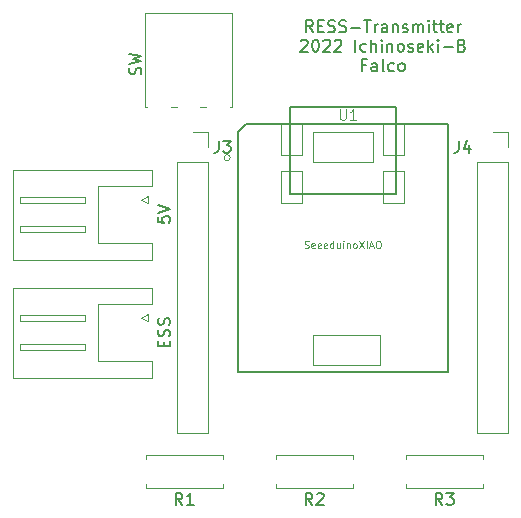
<source format=gbr>
%TF.GenerationSoftware,KiCad,Pcbnew,(5.1.9)-1*%
%TF.CreationDate,2022-07-08T18:02:33+09:00*%
%TF.ProjectId,Transmitter,5472616e-736d-4697-9474-65722e6b6963,rev?*%
%TF.SameCoordinates,Original*%
%TF.FileFunction,Legend,Top*%
%TF.FilePolarity,Positive*%
%FSLAX46Y46*%
G04 Gerber Fmt 4.6, Leading zero omitted, Abs format (unit mm)*
G04 Created by KiCad (PCBNEW (5.1.9)-1) date 2022-07-08 18:02:33*
%MOMM*%
%LPD*%
G01*
G04 APERTURE LIST*
%ADD10C,0.150000*%
%ADD11C,0.120000*%
%ADD12C,0.100000*%
%ADD13C,0.127000*%
%ADD14C,0.066040*%
%ADD15C,0.101600*%
%ADD16C,0.076200*%
G04 APERTURE END LIST*
D10*
X146071428Y-71802380D02*
X145738095Y-71326190D01*
X145500000Y-71802380D02*
X145500000Y-70802380D01*
X145880952Y-70802380D01*
X145976190Y-70850000D01*
X146023809Y-70897619D01*
X146071428Y-70992857D01*
X146071428Y-71135714D01*
X146023809Y-71230952D01*
X145976190Y-71278571D01*
X145880952Y-71326190D01*
X145500000Y-71326190D01*
X146500000Y-71278571D02*
X146833333Y-71278571D01*
X146976190Y-71802380D02*
X146500000Y-71802380D01*
X146500000Y-70802380D01*
X146976190Y-70802380D01*
X147357142Y-71754761D02*
X147500000Y-71802380D01*
X147738095Y-71802380D01*
X147833333Y-71754761D01*
X147880952Y-71707142D01*
X147928571Y-71611904D01*
X147928571Y-71516666D01*
X147880952Y-71421428D01*
X147833333Y-71373809D01*
X147738095Y-71326190D01*
X147547619Y-71278571D01*
X147452380Y-71230952D01*
X147404761Y-71183333D01*
X147357142Y-71088095D01*
X147357142Y-70992857D01*
X147404761Y-70897619D01*
X147452380Y-70850000D01*
X147547619Y-70802380D01*
X147785714Y-70802380D01*
X147928571Y-70850000D01*
X148309523Y-71754761D02*
X148452380Y-71802380D01*
X148690476Y-71802380D01*
X148785714Y-71754761D01*
X148833333Y-71707142D01*
X148880952Y-71611904D01*
X148880952Y-71516666D01*
X148833333Y-71421428D01*
X148785714Y-71373809D01*
X148690476Y-71326190D01*
X148500000Y-71278571D01*
X148404761Y-71230952D01*
X148357142Y-71183333D01*
X148309523Y-71088095D01*
X148309523Y-70992857D01*
X148357142Y-70897619D01*
X148404761Y-70850000D01*
X148500000Y-70802380D01*
X148738095Y-70802380D01*
X148880952Y-70850000D01*
X149309523Y-71421428D02*
X150071428Y-71421428D01*
X150404761Y-70802380D02*
X150976190Y-70802380D01*
X150690476Y-71802380D02*
X150690476Y-70802380D01*
X151309523Y-71802380D02*
X151309523Y-71135714D01*
X151309523Y-71326190D02*
X151357142Y-71230952D01*
X151404761Y-71183333D01*
X151500000Y-71135714D01*
X151595238Y-71135714D01*
X152357142Y-71802380D02*
X152357142Y-71278571D01*
X152309523Y-71183333D01*
X152214285Y-71135714D01*
X152023809Y-71135714D01*
X151928571Y-71183333D01*
X152357142Y-71754761D02*
X152261904Y-71802380D01*
X152023809Y-71802380D01*
X151928571Y-71754761D01*
X151880952Y-71659523D01*
X151880952Y-71564285D01*
X151928571Y-71469047D01*
X152023809Y-71421428D01*
X152261904Y-71421428D01*
X152357142Y-71373809D01*
X152833333Y-71135714D02*
X152833333Y-71802380D01*
X152833333Y-71230952D02*
X152880952Y-71183333D01*
X152976190Y-71135714D01*
X153119047Y-71135714D01*
X153214285Y-71183333D01*
X153261904Y-71278571D01*
X153261904Y-71802380D01*
X153690476Y-71754761D02*
X153785714Y-71802380D01*
X153976190Y-71802380D01*
X154071428Y-71754761D01*
X154119047Y-71659523D01*
X154119047Y-71611904D01*
X154071428Y-71516666D01*
X153976190Y-71469047D01*
X153833333Y-71469047D01*
X153738095Y-71421428D01*
X153690476Y-71326190D01*
X153690476Y-71278571D01*
X153738095Y-71183333D01*
X153833333Y-71135714D01*
X153976190Y-71135714D01*
X154071428Y-71183333D01*
X154547619Y-71802380D02*
X154547619Y-71135714D01*
X154547619Y-71230952D02*
X154595238Y-71183333D01*
X154690476Y-71135714D01*
X154833333Y-71135714D01*
X154928571Y-71183333D01*
X154976190Y-71278571D01*
X154976190Y-71802380D01*
X154976190Y-71278571D02*
X155023809Y-71183333D01*
X155119047Y-71135714D01*
X155261904Y-71135714D01*
X155357142Y-71183333D01*
X155404761Y-71278571D01*
X155404761Y-71802380D01*
X155880952Y-71802380D02*
X155880952Y-71135714D01*
X155880952Y-70802380D02*
X155833333Y-70850000D01*
X155880952Y-70897619D01*
X155928571Y-70850000D01*
X155880952Y-70802380D01*
X155880952Y-70897619D01*
X156214285Y-71135714D02*
X156595238Y-71135714D01*
X156357142Y-70802380D02*
X156357142Y-71659523D01*
X156404761Y-71754761D01*
X156500000Y-71802380D01*
X156595238Y-71802380D01*
X156785714Y-71135714D02*
X157166666Y-71135714D01*
X156928571Y-70802380D02*
X156928571Y-71659523D01*
X156976190Y-71754761D01*
X157071428Y-71802380D01*
X157166666Y-71802380D01*
X157880952Y-71754761D02*
X157785714Y-71802380D01*
X157595238Y-71802380D01*
X157500000Y-71754761D01*
X157452380Y-71659523D01*
X157452380Y-71278571D01*
X157500000Y-71183333D01*
X157595238Y-71135714D01*
X157785714Y-71135714D01*
X157880952Y-71183333D01*
X157928571Y-71278571D01*
X157928571Y-71373809D01*
X157452380Y-71469047D01*
X158357142Y-71802380D02*
X158357142Y-71135714D01*
X158357142Y-71326190D02*
X158404761Y-71230952D01*
X158452380Y-71183333D01*
X158547619Y-71135714D01*
X158642857Y-71135714D01*
X145047619Y-72547619D02*
X145095238Y-72500000D01*
X145190476Y-72452380D01*
X145428571Y-72452380D01*
X145523809Y-72500000D01*
X145571428Y-72547619D01*
X145619047Y-72642857D01*
X145619047Y-72738095D01*
X145571428Y-72880952D01*
X145000000Y-73452380D01*
X145619047Y-73452380D01*
X146238095Y-72452380D02*
X146333333Y-72452380D01*
X146428571Y-72500000D01*
X146476190Y-72547619D01*
X146523809Y-72642857D01*
X146571428Y-72833333D01*
X146571428Y-73071428D01*
X146523809Y-73261904D01*
X146476190Y-73357142D01*
X146428571Y-73404761D01*
X146333333Y-73452380D01*
X146238095Y-73452380D01*
X146142857Y-73404761D01*
X146095238Y-73357142D01*
X146047619Y-73261904D01*
X146000000Y-73071428D01*
X146000000Y-72833333D01*
X146047619Y-72642857D01*
X146095238Y-72547619D01*
X146142857Y-72500000D01*
X146238095Y-72452380D01*
X146952380Y-72547619D02*
X147000000Y-72500000D01*
X147095238Y-72452380D01*
X147333333Y-72452380D01*
X147428571Y-72500000D01*
X147476190Y-72547619D01*
X147523809Y-72642857D01*
X147523809Y-72738095D01*
X147476190Y-72880952D01*
X146904761Y-73452380D01*
X147523809Y-73452380D01*
X147904761Y-72547619D02*
X147952380Y-72500000D01*
X148047619Y-72452380D01*
X148285714Y-72452380D01*
X148380952Y-72500000D01*
X148428571Y-72547619D01*
X148476190Y-72642857D01*
X148476190Y-72738095D01*
X148428571Y-72880952D01*
X147857142Y-73452380D01*
X148476190Y-73452380D01*
X149666666Y-73452380D02*
X149666666Y-72452380D01*
X150571428Y-73404761D02*
X150476190Y-73452380D01*
X150285714Y-73452380D01*
X150190476Y-73404761D01*
X150142857Y-73357142D01*
X150095238Y-73261904D01*
X150095238Y-72976190D01*
X150142857Y-72880952D01*
X150190476Y-72833333D01*
X150285714Y-72785714D01*
X150476190Y-72785714D01*
X150571428Y-72833333D01*
X151000000Y-73452380D02*
X151000000Y-72452380D01*
X151428571Y-73452380D02*
X151428571Y-72928571D01*
X151380952Y-72833333D01*
X151285714Y-72785714D01*
X151142857Y-72785714D01*
X151047619Y-72833333D01*
X151000000Y-72880952D01*
X151904761Y-73452380D02*
X151904761Y-72785714D01*
X151904761Y-72452380D02*
X151857142Y-72500000D01*
X151904761Y-72547619D01*
X151952380Y-72500000D01*
X151904761Y-72452380D01*
X151904761Y-72547619D01*
X152380952Y-72785714D02*
X152380952Y-73452380D01*
X152380952Y-72880952D02*
X152428571Y-72833333D01*
X152523809Y-72785714D01*
X152666666Y-72785714D01*
X152761904Y-72833333D01*
X152809523Y-72928571D01*
X152809523Y-73452380D01*
X153428571Y-73452380D02*
X153333333Y-73404761D01*
X153285714Y-73357142D01*
X153238095Y-73261904D01*
X153238095Y-72976190D01*
X153285714Y-72880952D01*
X153333333Y-72833333D01*
X153428571Y-72785714D01*
X153571428Y-72785714D01*
X153666666Y-72833333D01*
X153714285Y-72880952D01*
X153761904Y-72976190D01*
X153761904Y-73261904D01*
X153714285Y-73357142D01*
X153666666Y-73404761D01*
X153571428Y-73452380D01*
X153428571Y-73452380D01*
X154142857Y-73404761D02*
X154238095Y-73452380D01*
X154428571Y-73452380D01*
X154523809Y-73404761D01*
X154571428Y-73309523D01*
X154571428Y-73261904D01*
X154523809Y-73166666D01*
X154428571Y-73119047D01*
X154285714Y-73119047D01*
X154190476Y-73071428D01*
X154142857Y-72976190D01*
X154142857Y-72928571D01*
X154190476Y-72833333D01*
X154285714Y-72785714D01*
X154428571Y-72785714D01*
X154523809Y-72833333D01*
X155380952Y-73404761D02*
X155285714Y-73452380D01*
X155095238Y-73452380D01*
X155000000Y-73404761D01*
X154952380Y-73309523D01*
X154952380Y-72928571D01*
X155000000Y-72833333D01*
X155095238Y-72785714D01*
X155285714Y-72785714D01*
X155380952Y-72833333D01*
X155428571Y-72928571D01*
X155428571Y-73023809D01*
X154952380Y-73119047D01*
X155857142Y-73452380D02*
X155857142Y-72452380D01*
X155952380Y-73071428D02*
X156238095Y-73452380D01*
X156238095Y-72785714D02*
X155857142Y-73166666D01*
X156666666Y-73452380D02*
X156666666Y-72785714D01*
X156666666Y-72452380D02*
X156619047Y-72500000D01*
X156666666Y-72547619D01*
X156714285Y-72500000D01*
X156666666Y-72452380D01*
X156666666Y-72547619D01*
X157142857Y-73071428D02*
X157904761Y-73071428D01*
X158714285Y-72928571D02*
X158857142Y-72976190D01*
X158904761Y-73023809D01*
X158952380Y-73119047D01*
X158952380Y-73261904D01*
X158904761Y-73357142D01*
X158857142Y-73404761D01*
X158761904Y-73452380D01*
X158380952Y-73452380D01*
X158380952Y-72452380D01*
X158714285Y-72452380D01*
X158809523Y-72500000D01*
X158857142Y-72547619D01*
X158904761Y-72642857D01*
X158904761Y-72738095D01*
X158857142Y-72833333D01*
X158809523Y-72880952D01*
X158714285Y-72928571D01*
X158380952Y-72928571D01*
X150547619Y-74578571D02*
X150214285Y-74578571D01*
X150214285Y-75102380D02*
X150214285Y-74102380D01*
X150690476Y-74102380D01*
X151500000Y-75102380D02*
X151500000Y-74578571D01*
X151452380Y-74483333D01*
X151357142Y-74435714D01*
X151166666Y-74435714D01*
X151071428Y-74483333D01*
X151500000Y-75054761D02*
X151404761Y-75102380D01*
X151166666Y-75102380D01*
X151071428Y-75054761D01*
X151023809Y-74959523D01*
X151023809Y-74864285D01*
X151071428Y-74769047D01*
X151166666Y-74721428D01*
X151404761Y-74721428D01*
X151500000Y-74673809D01*
X152119047Y-75102380D02*
X152023809Y-75054761D01*
X151976190Y-74959523D01*
X151976190Y-74102380D01*
X152928571Y-75054761D02*
X152833333Y-75102380D01*
X152642857Y-75102380D01*
X152547619Y-75054761D01*
X152500000Y-75007142D01*
X152452380Y-74911904D01*
X152452380Y-74626190D01*
X152500000Y-74530952D01*
X152547619Y-74483333D01*
X152642857Y-74435714D01*
X152833333Y-74435714D01*
X152928571Y-74483333D01*
X153500000Y-75102380D02*
X153404761Y-75054761D01*
X153357142Y-75007142D01*
X153309523Y-74911904D01*
X153309523Y-74626190D01*
X153357142Y-74530952D01*
X153404761Y-74483333D01*
X153500000Y-74435714D01*
X153642857Y-74435714D01*
X153738095Y-74483333D01*
X153785714Y-74530952D01*
X153833333Y-74626190D01*
X153833333Y-74911904D01*
X153785714Y-75007142D01*
X153738095Y-75054761D01*
X153642857Y-75102380D01*
X153500000Y-75102380D01*
D11*
%TO.C,ESS*%
X132100000Y-96300000D02*
X131500000Y-96000000D01*
X132100000Y-95700000D02*
X132100000Y-96300000D01*
X131500000Y-96000000D02*
X132100000Y-95700000D01*
X126800000Y-98750000D02*
X126800000Y-98250000D01*
X121300000Y-98750000D02*
X126800000Y-98750000D01*
X121300000Y-98250000D02*
X121300000Y-98750000D01*
X126800000Y-98250000D02*
X121300000Y-98250000D01*
X126800000Y-96250000D02*
X126800000Y-95750000D01*
X121300000Y-96250000D02*
X126800000Y-96250000D01*
X121300000Y-95750000D02*
X121300000Y-96250000D01*
X126800000Y-95750000D02*
X121300000Y-95750000D01*
X127910000Y-99640000D02*
X127910000Y-97250000D01*
X132410000Y-99640000D02*
X127910000Y-99640000D01*
X132410000Y-101060000D02*
X132410000Y-99640000D01*
X120690000Y-101060000D02*
X132410000Y-101060000D01*
X120690000Y-97250000D02*
X120690000Y-101060000D01*
X127910000Y-94860000D02*
X127910000Y-97250000D01*
X132410000Y-94860000D02*
X127910000Y-94860000D01*
X132410000Y-93440000D02*
X132410000Y-94860000D01*
X120690000Y-93440000D02*
X132410000Y-93440000D01*
X120690000Y-97250000D02*
X120690000Y-93440000D01*
%TO.C,J3*%
X134560000Y-82820000D02*
X137220000Y-82820000D01*
X134560000Y-82820000D02*
X134560000Y-105740000D01*
X134560000Y-105740000D02*
X137220000Y-105740000D01*
X137220000Y-82820000D02*
X137220000Y-105740000D01*
X137220000Y-80220000D02*
X137220000Y-81550000D01*
X135890000Y-80220000D02*
X137220000Y-80220000D01*
%TO.C,J4*%
X161290000Y-80220000D02*
X162620000Y-80220000D01*
X162620000Y-80220000D02*
X162620000Y-81550000D01*
X162620000Y-82820000D02*
X162620000Y-105740000D01*
X159960000Y-105740000D02*
X162620000Y-105740000D01*
X159960000Y-82820000D02*
X159960000Y-105740000D01*
X159960000Y-82820000D02*
X162620000Y-82820000D01*
%TO.C,5V*%
X120690000Y-87250000D02*
X120690000Y-83440000D01*
X120690000Y-83440000D02*
X132410000Y-83440000D01*
X132410000Y-83440000D02*
X132410000Y-84860000D01*
X132410000Y-84860000D02*
X127910000Y-84860000D01*
X127910000Y-84860000D02*
X127910000Y-87250000D01*
X120690000Y-87250000D02*
X120690000Y-91060000D01*
X120690000Y-91060000D02*
X132410000Y-91060000D01*
X132410000Y-91060000D02*
X132410000Y-89640000D01*
X132410000Y-89640000D02*
X127910000Y-89640000D01*
X127910000Y-89640000D02*
X127910000Y-87250000D01*
X126800000Y-85750000D02*
X121300000Y-85750000D01*
X121300000Y-85750000D02*
X121300000Y-86250000D01*
X121300000Y-86250000D02*
X126800000Y-86250000D01*
X126800000Y-86250000D02*
X126800000Y-85750000D01*
X126800000Y-88250000D02*
X121300000Y-88250000D01*
X121300000Y-88250000D02*
X121300000Y-88750000D01*
X121300000Y-88750000D02*
X126800000Y-88750000D01*
X126800000Y-88750000D02*
X126800000Y-88250000D01*
X131500000Y-86000000D02*
X132100000Y-85700000D01*
X132100000Y-85700000D02*
X132100000Y-86300000D01*
X132100000Y-86300000D02*
X131500000Y-86000000D01*
%TO.C,SW*%
X139190000Y-78120000D02*
X139040000Y-78120000D01*
X137040000Y-78120000D02*
X136540000Y-78120000D01*
X134540000Y-78120000D02*
X134040000Y-78120000D01*
X131890000Y-78120000D02*
X132040000Y-78120000D01*
X131890000Y-70170000D02*
X131890000Y-78120000D01*
X139190000Y-70170000D02*
X131890000Y-70170000D01*
X139190000Y-78120000D02*
X139190000Y-70170000D01*
%TO.C,R1*%
X138460000Y-110040000D02*
X138460000Y-110370000D01*
X138460000Y-110370000D02*
X131920000Y-110370000D01*
X131920000Y-110370000D02*
X131920000Y-110040000D01*
X138460000Y-107960000D02*
X138460000Y-107630000D01*
X138460000Y-107630000D02*
X131920000Y-107630000D01*
X131920000Y-107630000D02*
X131920000Y-107960000D01*
%TO.C,R2*%
X149460000Y-110040000D02*
X149460000Y-110370000D01*
X149460000Y-110370000D02*
X142920000Y-110370000D01*
X142920000Y-110370000D02*
X142920000Y-110040000D01*
X149460000Y-107960000D02*
X149460000Y-107630000D01*
X149460000Y-107630000D02*
X142920000Y-107630000D01*
X142920000Y-107630000D02*
X142920000Y-107960000D01*
%TO.C,R3*%
X160460000Y-110040000D02*
X160460000Y-110370000D01*
X160460000Y-110370000D02*
X153920000Y-110370000D01*
X153920000Y-110370000D02*
X153920000Y-110040000D01*
X160460000Y-107960000D02*
X160460000Y-107630000D01*
X160460000Y-107630000D02*
X153920000Y-107630000D01*
X153920000Y-107630000D02*
X153920000Y-107960000D01*
D12*
%TO.C,U1*%
X139065000Y-82439000D02*
G75*
G03*
X139065000Y-82439000I-254000J0D01*
G01*
D13*
X144094200Y-85530180D02*
X144094200Y-78176880D01*
X153093420Y-85530180D02*
X144094200Y-85530180D01*
X153093420Y-78176880D02*
X153093420Y-85530180D01*
X144099280Y-78176880D02*
X153093420Y-78176880D01*
X139700000Y-80272380D02*
X139700000Y-100600000D01*
X140370560Y-79601820D02*
X139700000Y-80272380D01*
X157497780Y-79601820D02*
X140370560Y-79601820D01*
X157497780Y-100600000D02*
X157497780Y-79601820D01*
X139700000Y-100600000D02*
X157497780Y-100600000D01*
D14*
X152019000Y-82185000D02*
X152019000Y-79518000D01*
X152019000Y-79518000D02*
X153797000Y-79518000D01*
X153797000Y-82185000D02*
X153797000Y-79518000D01*
X152019000Y-82185000D02*
X153797000Y-82185000D01*
X152019000Y-86251540D02*
X152019000Y-83582000D01*
X152019000Y-83582000D02*
X153797000Y-83582000D01*
X153797000Y-86251540D02*
X153797000Y-83582000D01*
X152019000Y-86251540D02*
X153797000Y-86251540D01*
X143383000Y-86251540D02*
X143383000Y-83582000D01*
X143383000Y-83582000D02*
X145161000Y-83582000D01*
X145161000Y-86251540D02*
X145161000Y-83582000D01*
X143383000Y-86251540D02*
X145161000Y-86251540D01*
X143383000Y-82185000D02*
X143383000Y-79518000D01*
X143383000Y-79518000D02*
X145161000Y-79518000D01*
X145161000Y-82185000D02*
X145161000Y-79518000D01*
X143383000Y-82185000D02*
X145161000Y-82185000D01*
X146050000Y-99965000D02*
X146050000Y-97425000D01*
X146050000Y-97425000D02*
X151765000Y-97425000D01*
X151765000Y-99965000D02*
X151765000Y-97425000D01*
X146050000Y-99965000D02*
X151765000Y-99965000D01*
X146050000Y-82820000D02*
X146050000Y-80280000D01*
X146050000Y-80280000D02*
X151130000Y-80280000D01*
X151130000Y-82820000D02*
X151130000Y-80280000D01*
X146050000Y-82820000D02*
X151130000Y-82820000D01*
%TO.C,ESS*%
D10*
X133428571Y-98416666D02*
X133428571Y-98083333D01*
X133952380Y-97940476D02*
X133952380Y-98416666D01*
X132952380Y-98416666D01*
X132952380Y-97940476D01*
X133904761Y-97559523D02*
X133952380Y-97416666D01*
X133952380Y-97178571D01*
X133904761Y-97083333D01*
X133857142Y-97035714D01*
X133761904Y-96988095D01*
X133666666Y-96988095D01*
X133571428Y-97035714D01*
X133523809Y-97083333D01*
X133476190Y-97178571D01*
X133428571Y-97369047D01*
X133380952Y-97464285D01*
X133333333Y-97511904D01*
X133238095Y-97559523D01*
X133142857Y-97559523D01*
X133047619Y-97511904D01*
X133000000Y-97464285D01*
X132952380Y-97369047D01*
X132952380Y-97130952D01*
X133000000Y-96988095D01*
X133904761Y-96607142D02*
X133952380Y-96464285D01*
X133952380Y-96226190D01*
X133904761Y-96130952D01*
X133857142Y-96083333D01*
X133761904Y-96035714D01*
X133666666Y-96035714D01*
X133571428Y-96083333D01*
X133523809Y-96130952D01*
X133476190Y-96226190D01*
X133428571Y-96416666D01*
X133380952Y-96511904D01*
X133333333Y-96559523D01*
X133238095Y-96607142D01*
X133142857Y-96607142D01*
X133047619Y-96559523D01*
X133000000Y-96511904D01*
X132952380Y-96416666D01*
X132952380Y-96178571D01*
X133000000Y-96035714D01*
%TO.C,J3*%
X138096666Y-81002380D02*
X138096666Y-81716666D01*
X138049047Y-81859523D01*
X137953809Y-81954761D01*
X137810952Y-82002380D01*
X137715714Y-82002380D01*
X138477619Y-81002380D02*
X139096666Y-81002380D01*
X138763333Y-81383333D01*
X138906190Y-81383333D01*
X139001428Y-81430952D01*
X139049047Y-81478571D01*
X139096666Y-81573809D01*
X139096666Y-81811904D01*
X139049047Y-81907142D01*
X139001428Y-81954761D01*
X138906190Y-82002380D01*
X138620476Y-82002380D01*
X138525238Y-81954761D01*
X138477619Y-81907142D01*
%TO.C,J4*%
X158416666Y-81002380D02*
X158416666Y-81716666D01*
X158369047Y-81859523D01*
X158273809Y-81954761D01*
X158130952Y-82002380D01*
X158035714Y-82002380D01*
X159321428Y-81335714D02*
X159321428Y-82002380D01*
X159083333Y-80954761D02*
X158845238Y-81669047D01*
X159464285Y-81669047D01*
%TO.C,5V*%
X132952380Y-87440476D02*
X132952380Y-87916666D01*
X133428571Y-87964285D01*
X133380952Y-87916666D01*
X133333333Y-87821428D01*
X133333333Y-87583333D01*
X133380952Y-87488095D01*
X133428571Y-87440476D01*
X133523809Y-87392857D01*
X133761904Y-87392857D01*
X133857142Y-87440476D01*
X133904761Y-87488095D01*
X133952380Y-87583333D01*
X133952380Y-87821428D01*
X133904761Y-87916666D01*
X133857142Y-87964285D01*
X132952380Y-87107142D02*
X133952380Y-86773809D01*
X132952380Y-86440476D01*
%TO.C,SW*%
X131494761Y-75377142D02*
X131542380Y-75234285D01*
X131542380Y-74996190D01*
X131494761Y-74900952D01*
X131447142Y-74853333D01*
X131351904Y-74805714D01*
X131256666Y-74805714D01*
X131161428Y-74853333D01*
X131113809Y-74900952D01*
X131066190Y-74996190D01*
X131018571Y-75186666D01*
X130970952Y-75281904D01*
X130923333Y-75329523D01*
X130828095Y-75377142D01*
X130732857Y-75377142D01*
X130637619Y-75329523D01*
X130590000Y-75281904D01*
X130542380Y-75186666D01*
X130542380Y-74948571D01*
X130590000Y-74805714D01*
X130542380Y-74472380D02*
X131542380Y-74234285D01*
X130828095Y-74043809D01*
X131542380Y-73853333D01*
X130542380Y-73615238D01*
%TO.C,R1*%
X135023333Y-111822380D02*
X134690000Y-111346190D01*
X134451904Y-111822380D02*
X134451904Y-110822380D01*
X134832857Y-110822380D01*
X134928095Y-110870000D01*
X134975714Y-110917619D01*
X135023333Y-111012857D01*
X135023333Y-111155714D01*
X134975714Y-111250952D01*
X134928095Y-111298571D01*
X134832857Y-111346190D01*
X134451904Y-111346190D01*
X135975714Y-111822380D02*
X135404285Y-111822380D01*
X135690000Y-111822380D02*
X135690000Y-110822380D01*
X135594761Y-110965238D01*
X135499523Y-111060476D01*
X135404285Y-111108095D01*
%TO.C,R2*%
X146023333Y-111822380D02*
X145690000Y-111346190D01*
X145451904Y-111822380D02*
X145451904Y-110822380D01*
X145832857Y-110822380D01*
X145928095Y-110870000D01*
X145975714Y-110917619D01*
X146023333Y-111012857D01*
X146023333Y-111155714D01*
X145975714Y-111250952D01*
X145928095Y-111298571D01*
X145832857Y-111346190D01*
X145451904Y-111346190D01*
X146404285Y-110917619D02*
X146451904Y-110870000D01*
X146547142Y-110822380D01*
X146785238Y-110822380D01*
X146880476Y-110870000D01*
X146928095Y-110917619D01*
X146975714Y-111012857D01*
X146975714Y-111108095D01*
X146928095Y-111250952D01*
X146356666Y-111822380D01*
X146975714Y-111822380D01*
%TO.C,R3*%
X157023333Y-111822380D02*
X156690000Y-111346190D01*
X156451904Y-111822380D02*
X156451904Y-110822380D01*
X156832857Y-110822380D01*
X156928095Y-110870000D01*
X156975714Y-110917619D01*
X157023333Y-111012857D01*
X157023333Y-111155714D01*
X156975714Y-111250952D01*
X156928095Y-111298571D01*
X156832857Y-111346190D01*
X156451904Y-111346190D01*
X157356666Y-110822380D02*
X157975714Y-110822380D01*
X157642380Y-111203333D01*
X157785238Y-111203333D01*
X157880476Y-111250952D01*
X157928095Y-111298571D01*
X157975714Y-111393809D01*
X157975714Y-111631904D01*
X157928095Y-111727142D01*
X157880476Y-111774761D01*
X157785238Y-111822380D01*
X157499523Y-111822380D01*
X157404285Y-111774761D01*
X157356666Y-111727142D01*
%TO.C,U1*%
D15*
X148357166Y-78332666D02*
X148357166Y-79052333D01*
X148399500Y-79137000D01*
X148441833Y-79179333D01*
X148526500Y-79221666D01*
X148695833Y-79221666D01*
X148780500Y-79179333D01*
X148822833Y-79137000D01*
X148865166Y-79052333D01*
X148865166Y-78332666D01*
X149754166Y-79221666D02*
X149246166Y-79221666D01*
X149500166Y-79221666D02*
X149500166Y-78332666D01*
X149415500Y-78459666D01*
X149330833Y-78544333D01*
X149246166Y-78586666D01*
D16*
X145367828Y-90051742D02*
X145454914Y-90080771D01*
X145600057Y-90080771D01*
X145658114Y-90051742D01*
X145687142Y-90022714D01*
X145716171Y-89964657D01*
X145716171Y-89906600D01*
X145687142Y-89848542D01*
X145658114Y-89819514D01*
X145600057Y-89790485D01*
X145483942Y-89761457D01*
X145425885Y-89732428D01*
X145396857Y-89703400D01*
X145367828Y-89645342D01*
X145367828Y-89587285D01*
X145396857Y-89529228D01*
X145425885Y-89500200D01*
X145483942Y-89471171D01*
X145629085Y-89471171D01*
X145716171Y-89500200D01*
X146209657Y-90051742D02*
X146151600Y-90080771D01*
X146035485Y-90080771D01*
X145977428Y-90051742D01*
X145948400Y-89993685D01*
X145948400Y-89761457D01*
X145977428Y-89703400D01*
X146035485Y-89674371D01*
X146151600Y-89674371D01*
X146209657Y-89703400D01*
X146238685Y-89761457D01*
X146238685Y-89819514D01*
X145948400Y-89877571D01*
X146732171Y-90051742D02*
X146674114Y-90080771D01*
X146558000Y-90080771D01*
X146499942Y-90051742D01*
X146470914Y-89993685D01*
X146470914Y-89761457D01*
X146499942Y-89703400D01*
X146558000Y-89674371D01*
X146674114Y-89674371D01*
X146732171Y-89703400D01*
X146761200Y-89761457D01*
X146761200Y-89819514D01*
X146470914Y-89877571D01*
X147254685Y-90051742D02*
X147196628Y-90080771D01*
X147080514Y-90080771D01*
X147022457Y-90051742D01*
X146993428Y-89993685D01*
X146993428Y-89761457D01*
X147022457Y-89703400D01*
X147080514Y-89674371D01*
X147196628Y-89674371D01*
X147254685Y-89703400D01*
X147283714Y-89761457D01*
X147283714Y-89819514D01*
X146993428Y-89877571D01*
X147806228Y-90080771D02*
X147806228Y-89471171D01*
X147806228Y-90051742D02*
X147748171Y-90080771D01*
X147632057Y-90080771D01*
X147574000Y-90051742D01*
X147544971Y-90022714D01*
X147515942Y-89964657D01*
X147515942Y-89790485D01*
X147544971Y-89732428D01*
X147574000Y-89703400D01*
X147632057Y-89674371D01*
X147748171Y-89674371D01*
X147806228Y-89703400D01*
X148357771Y-89674371D02*
X148357771Y-90080771D01*
X148096514Y-89674371D02*
X148096514Y-89993685D01*
X148125542Y-90051742D01*
X148183600Y-90080771D01*
X148270685Y-90080771D01*
X148328742Y-90051742D01*
X148357771Y-90022714D01*
X148648057Y-90080771D02*
X148648057Y-89674371D01*
X148648057Y-89471171D02*
X148619028Y-89500200D01*
X148648057Y-89529228D01*
X148677085Y-89500200D01*
X148648057Y-89471171D01*
X148648057Y-89529228D01*
X148938342Y-89674371D02*
X148938342Y-90080771D01*
X148938342Y-89732428D02*
X148967371Y-89703400D01*
X149025428Y-89674371D01*
X149112514Y-89674371D01*
X149170571Y-89703400D01*
X149199600Y-89761457D01*
X149199600Y-90080771D01*
X149576971Y-90080771D02*
X149518914Y-90051742D01*
X149489885Y-90022714D01*
X149460857Y-89964657D01*
X149460857Y-89790485D01*
X149489885Y-89732428D01*
X149518914Y-89703400D01*
X149576971Y-89674371D01*
X149664057Y-89674371D01*
X149722114Y-89703400D01*
X149751142Y-89732428D01*
X149780171Y-89790485D01*
X149780171Y-89964657D01*
X149751142Y-90022714D01*
X149722114Y-90051742D01*
X149664057Y-90080771D01*
X149576971Y-90080771D01*
X149983371Y-89471171D02*
X150389771Y-90080771D01*
X150389771Y-89471171D02*
X149983371Y-90080771D01*
X150622000Y-90080771D02*
X150622000Y-89471171D01*
X150883257Y-89906600D02*
X151173542Y-89906600D01*
X150825200Y-90080771D02*
X151028400Y-89471171D01*
X151231600Y-90080771D01*
X151550914Y-89471171D02*
X151667028Y-89471171D01*
X151725085Y-89500200D01*
X151783142Y-89558257D01*
X151812171Y-89674371D01*
X151812171Y-89877571D01*
X151783142Y-89993685D01*
X151725085Y-90051742D01*
X151667028Y-90080771D01*
X151550914Y-90080771D01*
X151492857Y-90051742D01*
X151434800Y-89993685D01*
X151405771Y-89877571D01*
X151405771Y-89674371D01*
X151434800Y-89558257D01*
X151492857Y-89500200D01*
X151550914Y-89471171D01*
%TD*%
M02*

</source>
